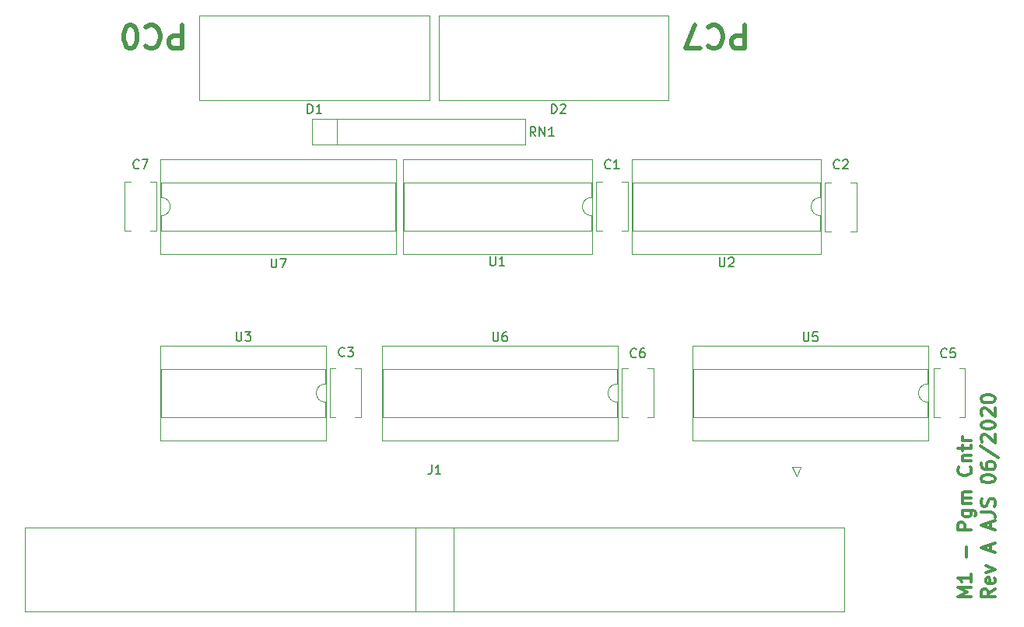
<source format=gto>
%TF.GenerationSoftware,KiCad,Pcbnew,5.1.6-c6e7f7d~87~ubuntu18.04.1*%
%TF.CreationDate,2020-08-05T19:50:32+12:00*%
%TF.ProjectId,M1 Program Counter,4d312050-726f-4677-9261-6d20436f756e,rev?*%
%TF.SameCoordinates,Original*%
%TF.FileFunction,Legend,Top*%
%TF.FilePolarity,Positive*%
%FSLAX46Y46*%
G04 Gerber Fmt 4.6, Leading zero omitted, Abs format (unit mm)*
G04 Created by KiCad (PCBNEW 5.1.6-c6e7f7d~87~ubuntu18.04.1) date 2020-08-05 19:50:32*
%MOMM*%
%LPD*%
G01*
G04 APERTURE LIST*
%ADD10C,0.300000*%
%ADD11C,0.500000*%
%ADD12C,0.120000*%
%ADD13C,0.150000*%
G04 APERTURE END LIST*
D10*
X210930571Y-147291857D02*
X209430571Y-147291857D01*
X210502000Y-146791857D01*
X209430571Y-146291857D01*
X210930571Y-146291857D01*
X210930571Y-144791857D02*
X210930571Y-145649000D01*
X210930571Y-145220428D02*
X209430571Y-145220428D01*
X209644857Y-145363285D01*
X209787714Y-145506142D01*
X209859142Y-145649000D01*
X210359142Y-143006142D02*
X210359142Y-141863285D01*
X210930571Y-140006142D02*
X209430571Y-140006142D01*
X209430571Y-139434714D01*
X209502000Y-139291857D01*
X209573428Y-139220428D01*
X209716285Y-139149000D01*
X209930571Y-139149000D01*
X210073428Y-139220428D01*
X210144857Y-139291857D01*
X210216285Y-139434714D01*
X210216285Y-140006142D01*
X209930571Y-137863285D02*
X211144857Y-137863285D01*
X211287714Y-137934714D01*
X211359142Y-138006142D01*
X211430571Y-138149000D01*
X211430571Y-138363285D01*
X211359142Y-138506142D01*
X210859142Y-137863285D02*
X210930571Y-138006142D01*
X210930571Y-138291857D01*
X210859142Y-138434714D01*
X210787714Y-138506142D01*
X210644857Y-138577571D01*
X210216285Y-138577571D01*
X210073428Y-138506142D01*
X210002000Y-138434714D01*
X209930571Y-138291857D01*
X209930571Y-138006142D01*
X210002000Y-137863285D01*
X210930571Y-137149000D02*
X209930571Y-137149000D01*
X210073428Y-137149000D02*
X210002000Y-137077571D01*
X209930571Y-136934714D01*
X209930571Y-136720428D01*
X210002000Y-136577571D01*
X210144857Y-136506142D01*
X210930571Y-136506142D01*
X210144857Y-136506142D02*
X210002000Y-136434714D01*
X209930571Y-136291857D01*
X209930571Y-136077571D01*
X210002000Y-135934714D01*
X210144857Y-135863285D01*
X210930571Y-135863285D01*
X210787714Y-133149000D02*
X210859142Y-133220428D01*
X210930571Y-133434714D01*
X210930571Y-133577571D01*
X210859142Y-133791857D01*
X210716285Y-133934714D01*
X210573428Y-134006142D01*
X210287714Y-134077571D01*
X210073428Y-134077571D01*
X209787714Y-134006142D01*
X209644857Y-133934714D01*
X209502000Y-133791857D01*
X209430571Y-133577571D01*
X209430571Y-133434714D01*
X209502000Y-133220428D01*
X209573428Y-133149000D01*
X209930571Y-132506142D02*
X210930571Y-132506142D01*
X210073428Y-132506142D02*
X210002000Y-132434714D01*
X209930571Y-132291857D01*
X209930571Y-132077571D01*
X210002000Y-131934714D01*
X210144857Y-131863285D01*
X210930571Y-131863285D01*
X209930571Y-131363285D02*
X209930571Y-130791857D01*
X209430571Y-131149000D02*
X210716285Y-131149000D01*
X210859142Y-131077571D01*
X210930571Y-130934714D01*
X210930571Y-130791857D01*
X210930571Y-130291857D02*
X209930571Y-130291857D01*
X210216285Y-130291857D02*
X210073428Y-130220428D01*
X210002000Y-130149000D01*
X209930571Y-130006142D01*
X209930571Y-129863285D01*
X213480571Y-146434714D02*
X212766285Y-146934714D01*
X213480571Y-147291857D02*
X211980571Y-147291857D01*
X211980571Y-146720428D01*
X212052000Y-146577571D01*
X212123428Y-146506142D01*
X212266285Y-146434714D01*
X212480571Y-146434714D01*
X212623428Y-146506142D01*
X212694857Y-146577571D01*
X212766285Y-146720428D01*
X212766285Y-147291857D01*
X213409142Y-145220428D02*
X213480571Y-145363285D01*
X213480571Y-145649000D01*
X213409142Y-145791857D01*
X213266285Y-145863285D01*
X212694857Y-145863285D01*
X212552000Y-145791857D01*
X212480571Y-145649000D01*
X212480571Y-145363285D01*
X212552000Y-145220428D01*
X212694857Y-145149000D01*
X212837714Y-145149000D01*
X212980571Y-145863285D01*
X212480571Y-144649000D02*
X213480571Y-144291857D01*
X212480571Y-143934714D01*
X213052000Y-142291857D02*
X213052000Y-141577571D01*
X213480571Y-142434714D02*
X211980571Y-141934714D01*
X213480571Y-141434714D01*
X213052000Y-139863285D02*
X213052000Y-139149000D01*
X213480571Y-140006142D02*
X211980571Y-139506142D01*
X213480571Y-139006142D01*
X211980571Y-138077571D02*
X213052000Y-138077571D01*
X213266285Y-138149000D01*
X213409142Y-138291857D01*
X213480571Y-138506142D01*
X213480571Y-138649000D01*
X213409142Y-137434714D02*
X213480571Y-137220428D01*
X213480571Y-136863285D01*
X213409142Y-136720428D01*
X213337714Y-136649000D01*
X213194857Y-136577571D01*
X213052000Y-136577571D01*
X212909142Y-136649000D01*
X212837714Y-136720428D01*
X212766285Y-136863285D01*
X212694857Y-137149000D01*
X212623428Y-137291857D01*
X212552000Y-137363285D01*
X212409142Y-137434714D01*
X212266285Y-137434714D01*
X212123428Y-137363285D01*
X212052000Y-137291857D01*
X211980571Y-137149000D01*
X211980571Y-136791857D01*
X212052000Y-136577571D01*
X211980571Y-134506142D02*
X211980571Y-134363285D01*
X212052000Y-134220428D01*
X212123428Y-134149000D01*
X212266285Y-134077571D01*
X212552000Y-134006142D01*
X212909142Y-134006142D01*
X213194857Y-134077571D01*
X213337714Y-134149000D01*
X213409142Y-134220428D01*
X213480571Y-134363285D01*
X213480571Y-134506142D01*
X213409142Y-134649000D01*
X213337714Y-134720428D01*
X213194857Y-134791857D01*
X212909142Y-134863285D01*
X212552000Y-134863285D01*
X212266285Y-134791857D01*
X212123428Y-134720428D01*
X212052000Y-134649000D01*
X211980571Y-134506142D01*
X211980571Y-132720428D02*
X211980571Y-133006142D01*
X212052000Y-133149000D01*
X212123428Y-133220428D01*
X212337714Y-133363285D01*
X212623428Y-133434714D01*
X213194857Y-133434714D01*
X213337714Y-133363285D01*
X213409142Y-133291857D01*
X213480571Y-133149000D01*
X213480571Y-132863285D01*
X213409142Y-132720428D01*
X213337714Y-132649000D01*
X213194857Y-132577571D01*
X212837714Y-132577571D01*
X212694857Y-132649000D01*
X212623428Y-132720428D01*
X212552000Y-132863285D01*
X212552000Y-133149000D01*
X212623428Y-133291857D01*
X212694857Y-133363285D01*
X212837714Y-133434714D01*
X211909142Y-130863285D02*
X213837714Y-132149000D01*
X212123428Y-130434714D02*
X212052000Y-130363285D01*
X211980571Y-130220428D01*
X211980571Y-129863285D01*
X212052000Y-129720428D01*
X212123428Y-129649000D01*
X212266285Y-129577571D01*
X212409142Y-129577571D01*
X212623428Y-129649000D01*
X213480571Y-130506142D01*
X213480571Y-129577571D01*
X211980571Y-128649000D02*
X211980571Y-128506142D01*
X212052000Y-128363285D01*
X212123428Y-128291857D01*
X212266285Y-128220428D01*
X212552000Y-128149000D01*
X212909142Y-128149000D01*
X213194857Y-128220428D01*
X213337714Y-128291857D01*
X213409142Y-128363285D01*
X213480571Y-128506142D01*
X213480571Y-128649000D01*
X213409142Y-128791857D01*
X213337714Y-128863285D01*
X213194857Y-128934714D01*
X212909142Y-129006142D01*
X212552000Y-129006142D01*
X212266285Y-128934714D01*
X212123428Y-128863285D01*
X212052000Y-128791857D01*
X211980571Y-128649000D01*
X212123428Y-127577571D02*
X212052000Y-127506142D01*
X211980571Y-127363285D01*
X211980571Y-127006142D01*
X212052000Y-126863285D01*
X212123428Y-126791857D01*
X212266285Y-126720428D01*
X212409142Y-126720428D01*
X212623428Y-126791857D01*
X213480571Y-127649000D01*
X213480571Y-126720428D01*
X211980571Y-125791857D02*
X211980571Y-125649000D01*
X212052000Y-125506142D01*
X212123428Y-125434714D01*
X212266285Y-125363285D01*
X212552000Y-125291857D01*
X212909142Y-125291857D01*
X213194857Y-125363285D01*
X213337714Y-125434714D01*
X213409142Y-125506142D01*
X213480571Y-125649000D01*
X213480571Y-125791857D01*
X213409142Y-125934714D01*
X213337714Y-126006142D01*
X213194857Y-126077571D01*
X212909142Y-126149000D01*
X212552000Y-126149000D01*
X212266285Y-126077571D01*
X212123428Y-126006142D01*
X212052000Y-125934714D01*
X211980571Y-125791857D01*
D11*
X125015238Y-85002047D02*
X125015238Y-87502047D01*
X124062857Y-87502047D01*
X123824761Y-87383000D01*
X123705714Y-87263952D01*
X123586666Y-87025857D01*
X123586666Y-86668714D01*
X123705714Y-86430619D01*
X123824761Y-86311571D01*
X124062857Y-86192523D01*
X125015238Y-86192523D01*
X121086666Y-85240142D02*
X121205714Y-85121095D01*
X121562857Y-85002047D01*
X121800952Y-85002047D01*
X122158095Y-85121095D01*
X122396190Y-85359190D01*
X122515238Y-85597285D01*
X122634285Y-86073476D01*
X122634285Y-86430619D01*
X122515238Y-86906809D01*
X122396190Y-87144904D01*
X122158095Y-87383000D01*
X121800952Y-87502047D01*
X121562857Y-87502047D01*
X121205714Y-87383000D01*
X121086666Y-87263952D01*
X119539047Y-87502047D02*
X119300952Y-87502047D01*
X119062857Y-87383000D01*
X118943809Y-87263952D01*
X118824761Y-87025857D01*
X118705714Y-86549666D01*
X118705714Y-85954428D01*
X118824761Y-85478238D01*
X118943809Y-85240142D01*
X119062857Y-85121095D01*
X119300952Y-85002047D01*
X119539047Y-85002047D01*
X119777142Y-85121095D01*
X119896190Y-85240142D01*
X120015238Y-85478238D01*
X120134285Y-85954428D01*
X120134285Y-86549666D01*
X120015238Y-87025857D01*
X119896190Y-87263952D01*
X119777142Y-87383000D01*
X119539047Y-87502047D01*
X186229238Y-85002047D02*
X186229238Y-87502047D01*
X185276857Y-87502047D01*
X185038761Y-87383000D01*
X184919714Y-87263952D01*
X184800666Y-87025857D01*
X184800666Y-86668714D01*
X184919714Y-86430619D01*
X185038761Y-86311571D01*
X185276857Y-86192523D01*
X186229238Y-86192523D01*
X182300666Y-85240142D02*
X182419714Y-85121095D01*
X182776857Y-85002047D01*
X183014952Y-85002047D01*
X183372095Y-85121095D01*
X183610190Y-85359190D01*
X183729238Y-85597285D01*
X183848285Y-86073476D01*
X183848285Y-86430619D01*
X183729238Y-86906809D01*
X183610190Y-87144904D01*
X183372095Y-87383000D01*
X183014952Y-87502047D01*
X182776857Y-87502047D01*
X182419714Y-87383000D01*
X182300666Y-87263952D01*
X181467333Y-87502047D02*
X179800666Y-87502047D01*
X180872095Y-85002047D01*
D12*
%TO.C,RN1*%
X141859000Y-95247000D02*
X141859000Y-98047000D01*
X162349000Y-95247000D02*
X139149000Y-95247000D01*
X162349000Y-98047000D02*
X162349000Y-95247000D01*
X139149000Y-98047000D02*
X162349000Y-98047000D01*
X139149000Y-95247000D02*
X139149000Y-98047000D01*
%TO.C,D2*%
X177981000Y-83954000D02*
X152981000Y-83954000D01*
X177981000Y-93154000D02*
X177981000Y-83954000D01*
X152981000Y-93154000D02*
X177981000Y-93154000D01*
X152981000Y-83954000D02*
X152981000Y-93154000D01*
%TO.C,D1*%
X126946000Y-83954000D02*
X126946000Y-93154000D01*
X126946000Y-93154000D02*
X151946000Y-93154000D01*
X151946000Y-93154000D02*
X151946000Y-83954000D01*
X151946000Y-83954000D02*
X126946000Y-83954000D01*
%TO.C,C1*%
X173552000Y-102065000D02*
X173552000Y-107405000D01*
X170110000Y-102065000D02*
X170110000Y-107405000D01*
X173552000Y-102065000D02*
X172886000Y-102065000D01*
X170776000Y-102065000D02*
X170110000Y-102065000D01*
X173552000Y-107405000D02*
X172886000Y-107405000D01*
X170776000Y-107405000D02*
X170110000Y-107405000D01*
%TO.C,C2*%
X195668000Y-107494000D02*
X195002000Y-107494000D01*
X198444000Y-107494000D02*
X197778000Y-107494000D01*
X195668000Y-102154000D02*
X195002000Y-102154000D01*
X198444000Y-102154000D02*
X197778000Y-102154000D01*
X195002000Y-102154000D02*
X195002000Y-107494000D01*
X198444000Y-102154000D02*
X198444000Y-107494000D01*
%TO.C,C5*%
X207479000Y-127725000D02*
X206813000Y-127725000D01*
X210255000Y-127725000D02*
X209589000Y-127725000D01*
X207479000Y-122385000D02*
X206813000Y-122385000D01*
X210255000Y-122385000D02*
X209589000Y-122385000D01*
X206813000Y-122385000D02*
X206813000Y-127725000D01*
X210255000Y-122385000D02*
X210255000Y-127725000D01*
%TO.C,C6*%
X176346000Y-122385000D02*
X176346000Y-127725000D01*
X172904000Y-122385000D02*
X172904000Y-127725000D01*
X176346000Y-122385000D02*
X175680000Y-122385000D01*
X173570000Y-122385000D02*
X172904000Y-122385000D01*
X176346000Y-127725000D02*
X175680000Y-127725000D01*
X173570000Y-127725000D02*
X172904000Y-127725000D01*
%TO.C,C7*%
X118802000Y-107385000D02*
X118802000Y-102045000D01*
X122244000Y-107385000D02*
X122244000Y-102045000D01*
X118802000Y-107385000D02*
X119468000Y-107385000D01*
X121578000Y-107385000D02*
X122244000Y-107385000D01*
X118802000Y-102045000D02*
X119468000Y-102045000D01*
X121578000Y-102045000D02*
X122244000Y-102045000D01*
%TO.C,J1*%
X191397000Y-133159000D02*
X191897000Y-134159000D01*
X192397000Y-133159000D02*
X191397000Y-133159000D01*
X191897000Y-134159000D02*
X192397000Y-133159000D01*
X107947000Y-139779000D02*
X197107000Y-139779000D01*
X107947000Y-148899000D02*
X107947000Y-139779000D01*
X197107000Y-148899000D02*
X107947000Y-148899000D01*
X197107000Y-139779000D02*
X197107000Y-148899000D01*
X150477000Y-139779000D02*
X150477000Y-148899000D01*
X154577000Y-139779000D02*
X154577000Y-148899000D01*
%TO.C,U1*%
X169665000Y-109915000D02*
X169665000Y-99635000D01*
X149105000Y-109915000D02*
X169665000Y-109915000D01*
X149105000Y-99635000D02*
X149105000Y-109915000D01*
X169665000Y-99635000D02*
X149105000Y-99635000D01*
X169605000Y-107425000D02*
X169605000Y-105775000D01*
X149165000Y-107425000D02*
X169605000Y-107425000D01*
X149165000Y-102125000D02*
X149165000Y-107425000D01*
X169605000Y-102125000D02*
X149165000Y-102125000D01*
X169605000Y-103775000D02*
X169605000Y-102125000D01*
X169605000Y-105775000D02*
G75*
G02*
X169605000Y-103775000I0J1000000D01*
G01*
%TO.C,U2*%
X194497000Y-103775000D02*
X194497000Y-102125000D01*
X194497000Y-102125000D02*
X174057000Y-102125000D01*
X174057000Y-102125000D02*
X174057000Y-107425000D01*
X174057000Y-107425000D02*
X194497000Y-107425000D01*
X194497000Y-107425000D02*
X194497000Y-105775000D01*
X194557000Y-99635000D02*
X173997000Y-99635000D01*
X173997000Y-99635000D02*
X173997000Y-109915000D01*
X173997000Y-109915000D02*
X194557000Y-109915000D01*
X194557000Y-109915000D02*
X194557000Y-99635000D01*
X194497000Y-105775000D02*
G75*
G02*
X194497000Y-103775000I0J1000000D01*
G01*
%TO.C,U5*%
X206181000Y-124095000D02*
X206181000Y-122445000D01*
X206181000Y-122445000D02*
X180661000Y-122445000D01*
X180661000Y-122445000D02*
X180661000Y-127745000D01*
X180661000Y-127745000D02*
X206181000Y-127745000D01*
X206181000Y-127745000D02*
X206181000Y-126095000D01*
X206241000Y-119955000D02*
X180601000Y-119955000D01*
X180601000Y-119955000D02*
X180601000Y-130235000D01*
X180601000Y-130235000D02*
X206241000Y-130235000D01*
X206241000Y-130235000D02*
X206241000Y-119955000D01*
X206181000Y-126095000D02*
G75*
G02*
X206181000Y-124095000I0J1000000D01*
G01*
%TO.C,U6*%
X172459000Y-130235000D02*
X172459000Y-119955000D01*
X146819000Y-130235000D02*
X172459000Y-130235000D01*
X146819000Y-119955000D02*
X146819000Y-130235000D01*
X172459000Y-119955000D02*
X146819000Y-119955000D01*
X172399000Y-127745000D02*
X172399000Y-126095000D01*
X146879000Y-127745000D02*
X172399000Y-127745000D01*
X146879000Y-122445000D02*
X146879000Y-127745000D01*
X172399000Y-122445000D02*
X146879000Y-122445000D01*
X172399000Y-124095000D02*
X172399000Y-122445000D01*
X172399000Y-126095000D02*
G75*
G02*
X172399000Y-124095000I0J1000000D01*
G01*
%TO.C,U7*%
X122689000Y-99635000D02*
X122689000Y-109915000D01*
X148329000Y-99635000D02*
X122689000Y-99635000D01*
X148329000Y-109915000D02*
X148329000Y-99635000D01*
X122689000Y-109915000D02*
X148329000Y-109915000D01*
X122749000Y-102125000D02*
X122749000Y-103775000D01*
X148269000Y-102125000D02*
X122749000Y-102125000D01*
X148269000Y-107425000D02*
X148269000Y-102125000D01*
X122749000Y-107425000D02*
X148269000Y-107425000D01*
X122749000Y-105775000D02*
X122749000Y-107425000D01*
X122749000Y-103775000D02*
G75*
G02*
X122749000Y-105775000I0J-1000000D01*
G01*
%TO.C,C3*%
X141757000Y-127725000D02*
X141091000Y-127725000D01*
X144533000Y-127725000D02*
X143867000Y-127725000D01*
X141757000Y-122385000D02*
X141091000Y-122385000D01*
X144533000Y-122385000D02*
X143867000Y-122385000D01*
X141091000Y-122385000D02*
X141091000Y-127725000D01*
X144533000Y-122385000D02*
X144533000Y-127725000D01*
%TO.C,U3*%
X140709000Y-130235000D02*
X140709000Y-119955000D01*
X122689000Y-130235000D02*
X140709000Y-130235000D01*
X122689000Y-119955000D02*
X122689000Y-130235000D01*
X140709000Y-119955000D02*
X122689000Y-119955000D01*
X140649000Y-127745000D02*
X140649000Y-126095000D01*
X122749000Y-127745000D02*
X140649000Y-127745000D01*
X122749000Y-122445000D02*
X122749000Y-127745000D01*
X140649000Y-122445000D02*
X122749000Y-122445000D01*
X140649000Y-124095000D02*
X140649000Y-122445000D01*
X140649000Y-126095000D02*
G75*
G02*
X140649000Y-124095000I0J1000000D01*
G01*
%TO.C,RN1*%
D13*
X163520523Y-97099380D02*
X163187190Y-96623190D01*
X162949095Y-97099380D02*
X162949095Y-96099380D01*
X163330047Y-96099380D01*
X163425285Y-96147000D01*
X163472904Y-96194619D01*
X163520523Y-96289857D01*
X163520523Y-96432714D01*
X163472904Y-96527952D01*
X163425285Y-96575571D01*
X163330047Y-96623190D01*
X162949095Y-96623190D01*
X163949095Y-97099380D02*
X163949095Y-96099380D01*
X164520523Y-97099380D01*
X164520523Y-96099380D01*
X165520523Y-97099380D02*
X164949095Y-97099380D01*
X165234809Y-97099380D02*
X165234809Y-96099380D01*
X165139571Y-96242238D01*
X165044333Y-96337476D01*
X164949095Y-96385095D01*
%TO.C,D2*%
X165250904Y-94606380D02*
X165250904Y-93606380D01*
X165489000Y-93606380D01*
X165631857Y-93654000D01*
X165727095Y-93749238D01*
X165774714Y-93844476D01*
X165822333Y-94034952D01*
X165822333Y-94177809D01*
X165774714Y-94368285D01*
X165727095Y-94463523D01*
X165631857Y-94558761D01*
X165489000Y-94606380D01*
X165250904Y-94606380D01*
X166203285Y-93701619D02*
X166250904Y-93654000D01*
X166346142Y-93606380D01*
X166584238Y-93606380D01*
X166679476Y-93654000D01*
X166727095Y-93701619D01*
X166774714Y-93796857D01*
X166774714Y-93892095D01*
X166727095Y-94034952D01*
X166155666Y-94606380D01*
X166774714Y-94606380D01*
%TO.C,D1*%
X138707904Y-94606380D02*
X138707904Y-93606380D01*
X138946000Y-93606380D01*
X139088857Y-93654000D01*
X139184095Y-93749238D01*
X139231714Y-93844476D01*
X139279333Y-94034952D01*
X139279333Y-94177809D01*
X139231714Y-94368285D01*
X139184095Y-94463523D01*
X139088857Y-94558761D01*
X138946000Y-94606380D01*
X138707904Y-94606380D01*
X140231714Y-94606380D02*
X139660285Y-94606380D01*
X139946000Y-94606380D02*
X139946000Y-93606380D01*
X139850761Y-93749238D01*
X139755523Y-93844476D01*
X139660285Y-93892095D01*
%TO.C,C1*%
X171664333Y-100560142D02*
X171616714Y-100607761D01*
X171473857Y-100655380D01*
X171378619Y-100655380D01*
X171235761Y-100607761D01*
X171140523Y-100512523D01*
X171092904Y-100417285D01*
X171045285Y-100226809D01*
X171045285Y-100083952D01*
X171092904Y-99893476D01*
X171140523Y-99798238D01*
X171235761Y-99703000D01*
X171378619Y-99655380D01*
X171473857Y-99655380D01*
X171616714Y-99703000D01*
X171664333Y-99750619D01*
X172616714Y-100655380D02*
X172045285Y-100655380D01*
X172331000Y-100655380D02*
X172331000Y-99655380D01*
X172235761Y-99798238D01*
X172140523Y-99893476D01*
X172045285Y-99941095D01*
%TO.C,C2*%
X196556333Y-100560142D02*
X196508714Y-100607761D01*
X196365857Y-100655380D01*
X196270619Y-100655380D01*
X196127761Y-100607761D01*
X196032523Y-100512523D01*
X195984904Y-100417285D01*
X195937285Y-100226809D01*
X195937285Y-100083952D01*
X195984904Y-99893476D01*
X196032523Y-99798238D01*
X196127761Y-99703000D01*
X196270619Y-99655380D01*
X196365857Y-99655380D01*
X196508714Y-99703000D01*
X196556333Y-99750619D01*
X196937285Y-99750619D02*
X196984904Y-99703000D01*
X197080142Y-99655380D01*
X197318238Y-99655380D01*
X197413476Y-99703000D01*
X197461095Y-99750619D01*
X197508714Y-99845857D01*
X197508714Y-99941095D01*
X197461095Y-100083952D01*
X196889666Y-100655380D01*
X197508714Y-100655380D01*
%TO.C,C5*%
X208240333Y-121134142D02*
X208192714Y-121181761D01*
X208049857Y-121229380D01*
X207954619Y-121229380D01*
X207811761Y-121181761D01*
X207716523Y-121086523D01*
X207668904Y-120991285D01*
X207621285Y-120800809D01*
X207621285Y-120657952D01*
X207668904Y-120467476D01*
X207716523Y-120372238D01*
X207811761Y-120277000D01*
X207954619Y-120229380D01*
X208049857Y-120229380D01*
X208192714Y-120277000D01*
X208240333Y-120324619D01*
X209145095Y-120229380D02*
X208668904Y-120229380D01*
X208621285Y-120705571D01*
X208668904Y-120657952D01*
X208764142Y-120610333D01*
X209002238Y-120610333D01*
X209097476Y-120657952D01*
X209145095Y-120705571D01*
X209192714Y-120800809D01*
X209192714Y-121038904D01*
X209145095Y-121134142D01*
X209097476Y-121181761D01*
X209002238Y-121229380D01*
X208764142Y-121229380D01*
X208668904Y-121181761D01*
X208621285Y-121134142D01*
%TO.C,C6*%
X174458333Y-121134142D02*
X174410714Y-121181761D01*
X174267857Y-121229380D01*
X174172619Y-121229380D01*
X174029761Y-121181761D01*
X173934523Y-121086523D01*
X173886904Y-120991285D01*
X173839285Y-120800809D01*
X173839285Y-120657952D01*
X173886904Y-120467476D01*
X173934523Y-120372238D01*
X174029761Y-120277000D01*
X174172619Y-120229380D01*
X174267857Y-120229380D01*
X174410714Y-120277000D01*
X174458333Y-120324619D01*
X175315476Y-120229380D02*
X175125000Y-120229380D01*
X175029761Y-120277000D01*
X174982142Y-120324619D01*
X174886904Y-120467476D01*
X174839285Y-120657952D01*
X174839285Y-121038904D01*
X174886904Y-121134142D01*
X174934523Y-121181761D01*
X175029761Y-121229380D01*
X175220238Y-121229380D01*
X175315476Y-121181761D01*
X175363095Y-121134142D01*
X175410714Y-121038904D01*
X175410714Y-120800809D01*
X175363095Y-120705571D01*
X175315476Y-120657952D01*
X175220238Y-120610333D01*
X175029761Y-120610333D01*
X174934523Y-120657952D01*
X174886904Y-120705571D01*
X174839285Y-120800809D01*
%TO.C,C7*%
X120356333Y-100560142D02*
X120308714Y-100607761D01*
X120165857Y-100655380D01*
X120070619Y-100655380D01*
X119927761Y-100607761D01*
X119832523Y-100512523D01*
X119784904Y-100417285D01*
X119737285Y-100226809D01*
X119737285Y-100083952D01*
X119784904Y-99893476D01*
X119832523Y-99798238D01*
X119927761Y-99703000D01*
X120070619Y-99655380D01*
X120165857Y-99655380D01*
X120308714Y-99703000D01*
X120356333Y-99750619D01*
X120689666Y-99655380D02*
X121356333Y-99655380D01*
X120927761Y-100655380D01*
%TO.C,J1*%
X152193666Y-132929380D02*
X152193666Y-133643666D01*
X152146047Y-133786523D01*
X152050809Y-133881761D01*
X151907952Y-133929380D01*
X151812714Y-133929380D01*
X153193666Y-133929380D02*
X152622238Y-133929380D01*
X152907952Y-133929380D02*
X152907952Y-132929380D01*
X152812714Y-133072238D01*
X152717476Y-133167476D01*
X152622238Y-133215095D01*
%TO.C,U1*%
X158568095Y-110204380D02*
X158568095Y-111013904D01*
X158615714Y-111109142D01*
X158663333Y-111156761D01*
X158758571Y-111204380D01*
X158949047Y-111204380D01*
X159044285Y-111156761D01*
X159091904Y-111109142D01*
X159139523Y-111013904D01*
X159139523Y-110204380D01*
X160139523Y-111204380D02*
X159568095Y-111204380D01*
X159853809Y-111204380D02*
X159853809Y-110204380D01*
X159758571Y-110347238D01*
X159663333Y-110442476D01*
X159568095Y-110490095D01*
%TO.C,U2*%
X183515095Y-110323380D02*
X183515095Y-111132904D01*
X183562714Y-111228142D01*
X183610333Y-111275761D01*
X183705571Y-111323380D01*
X183896047Y-111323380D01*
X183991285Y-111275761D01*
X184038904Y-111228142D01*
X184086523Y-111132904D01*
X184086523Y-110323380D01*
X184515095Y-110418619D02*
X184562714Y-110371000D01*
X184657952Y-110323380D01*
X184896047Y-110323380D01*
X184991285Y-110371000D01*
X185038904Y-110418619D01*
X185086523Y-110513857D01*
X185086523Y-110609095D01*
X185038904Y-110751952D01*
X184467476Y-111323380D01*
X185086523Y-111323380D01*
%TO.C,U5*%
X192659095Y-118451380D02*
X192659095Y-119260904D01*
X192706714Y-119356142D01*
X192754333Y-119403761D01*
X192849571Y-119451380D01*
X193040047Y-119451380D01*
X193135285Y-119403761D01*
X193182904Y-119356142D01*
X193230523Y-119260904D01*
X193230523Y-118451380D01*
X194182904Y-118451380D02*
X193706714Y-118451380D01*
X193659095Y-118927571D01*
X193706714Y-118879952D01*
X193801952Y-118832333D01*
X194040047Y-118832333D01*
X194135285Y-118879952D01*
X194182904Y-118927571D01*
X194230523Y-119022809D01*
X194230523Y-119260904D01*
X194182904Y-119356142D01*
X194135285Y-119403761D01*
X194040047Y-119451380D01*
X193801952Y-119451380D01*
X193706714Y-119403761D01*
X193659095Y-119356142D01*
%TO.C,U6*%
X158877095Y-118451380D02*
X158877095Y-119260904D01*
X158924714Y-119356142D01*
X158972333Y-119403761D01*
X159067571Y-119451380D01*
X159258047Y-119451380D01*
X159353285Y-119403761D01*
X159400904Y-119356142D01*
X159448523Y-119260904D01*
X159448523Y-118451380D01*
X160353285Y-118451380D02*
X160162809Y-118451380D01*
X160067571Y-118499000D01*
X160019952Y-118546619D01*
X159924714Y-118689476D01*
X159877095Y-118879952D01*
X159877095Y-119260904D01*
X159924714Y-119356142D01*
X159972333Y-119403761D01*
X160067571Y-119451380D01*
X160258047Y-119451380D01*
X160353285Y-119403761D01*
X160400904Y-119356142D01*
X160448523Y-119260904D01*
X160448523Y-119022809D01*
X160400904Y-118927571D01*
X160353285Y-118879952D01*
X160258047Y-118832333D01*
X160067571Y-118832333D01*
X159972333Y-118879952D01*
X159924714Y-118927571D01*
X159877095Y-119022809D01*
%TO.C,U7*%
X134747095Y-110423380D02*
X134747095Y-111232904D01*
X134794714Y-111328142D01*
X134842333Y-111375761D01*
X134937571Y-111423380D01*
X135128047Y-111423380D01*
X135223285Y-111375761D01*
X135270904Y-111328142D01*
X135318523Y-111232904D01*
X135318523Y-110423380D01*
X135699476Y-110423380D02*
X136366142Y-110423380D01*
X135937571Y-111423380D01*
%TO.C,C3*%
X142708333Y-121011142D02*
X142660714Y-121058761D01*
X142517857Y-121106380D01*
X142422619Y-121106380D01*
X142279761Y-121058761D01*
X142184523Y-120963523D01*
X142136904Y-120868285D01*
X142089285Y-120677809D01*
X142089285Y-120534952D01*
X142136904Y-120344476D01*
X142184523Y-120249238D01*
X142279761Y-120154000D01*
X142422619Y-120106380D01*
X142517857Y-120106380D01*
X142660714Y-120154000D01*
X142708333Y-120201619D01*
X143041666Y-120106380D02*
X143660714Y-120106380D01*
X143327380Y-120487333D01*
X143470238Y-120487333D01*
X143565476Y-120534952D01*
X143613095Y-120582571D01*
X143660714Y-120677809D01*
X143660714Y-120915904D01*
X143613095Y-121011142D01*
X143565476Y-121058761D01*
X143470238Y-121106380D01*
X143184523Y-121106380D01*
X143089285Y-121058761D01*
X143041666Y-121011142D01*
%TO.C,U3*%
X130937095Y-118408380D02*
X130937095Y-119217904D01*
X130984714Y-119313142D01*
X131032333Y-119360761D01*
X131127571Y-119408380D01*
X131318047Y-119408380D01*
X131413285Y-119360761D01*
X131460904Y-119313142D01*
X131508523Y-119217904D01*
X131508523Y-118408380D01*
X131889476Y-118408380D02*
X132508523Y-118408380D01*
X132175190Y-118789333D01*
X132318047Y-118789333D01*
X132413285Y-118836952D01*
X132460904Y-118884571D01*
X132508523Y-118979809D01*
X132508523Y-119217904D01*
X132460904Y-119313142D01*
X132413285Y-119360761D01*
X132318047Y-119408380D01*
X132032333Y-119408380D01*
X131937095Y-119360761D01*
X131889476Y-119313142D01*
%TD*%
M02*

</source>
